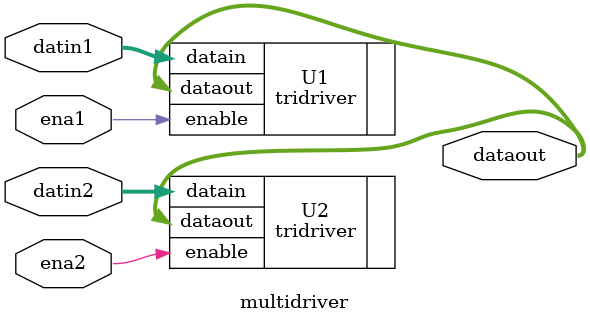
<source format=sv>
module multidriver #(parameter WIDTH = 8)
                    (input logic ena1, ena2,
		     input logic [WIDTH-1:0] datin1, datin2,
		     output wire [WIDTH-1:0] dataout);

  tridriver #(.WIDTH(WIDTH))U1 (.enable(ena1), .datain(datin1), .dataout);
  tridriver #(.WIDTH(WIDTH))U2 (.enable(ena2), .datain(datin2), .dataout);

endmodule


</source>
